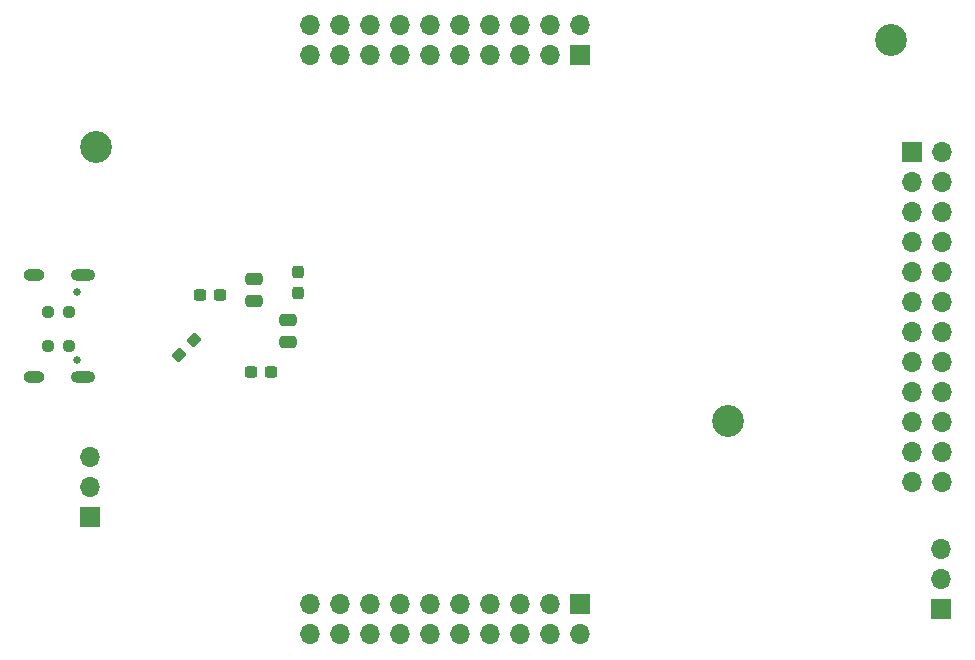
<source format=gbr>
%TF.GenerationSoftware,KiCad,Pcbnew,7.0.7*%
%TF.CreationDate,2023-10-22T12:37:57-05:00*%
%TF.ProjectId,state mode logic analyzer,73746174-6520-46d6-9f64-65206c6f6769,1*%
%TF.SameCoordinates,Original*%
%TF.FileFunction,Soldermask,Bot*%
%TF.FilePolarity,Negative*%
%FSLAX46Y46*%
G04 Gerber Fmt 4.6, Leading zero omitted, Abs format (unit mm)*
G04 Created by KiCad (PCBNEW 7.0.7) date 2023-10-22 12:37:57*
%MOMM*%
%LPD*%
G01*
G04 APERTURE LIST*
G04 Aperture macros list*
%AMRoundRect*
0 Rectangle with rounded corners*
0 $1 Rounding radius*
0 $2 $3 $4 $5 $6 $7 $8 $9 X,Y pos of 4 corners*
0 Add a 4 corners polygon primitive as box body*
4,1,4,$2,$3,$4,$5,$6,$7,$8,$9,$2,$3,0*
0 Add four circle primitives for the rounded corners*
1,1,$1+$1,$2,$3*
1,1,$1+$1,$4,$5*
1,1,$1+$1,$6,$7*
1,1,$1+$1,$8,$9*
0 Add four rect primitives between the rounded corners*
20,1,$1+$1,$2,$3,$4,$5,0*
20,1,$1+$1,$4,$5,$6,$7,0*
20,1,$1+$1,$6,$7,$8,$9,0*
20,1,$1+$1,$8,$9,$2,$3,0*%
G04 Aperture macros list end*
%ADD10C,2.700000*%
%ADD11R,1.700000X1.700000*%
%ADD12O,1.700000X1.700000*%
%ADD13C,0.650000*%
%ADD14O,2.100000X1.000000*%
%ADD15O,1.800000X1.000000*%
%ADD16RoundRect,0.237500X0.300000X0.237500X-0.300000X0.237500X-0.300000X-0.237500X0.300000X-0.237500X0*%
%ADD17RoundRect,0.237500X0.250000X0.237500X-0.250000X0.237500X-0.250000X-0.237500X0.250000X-0.237500X0*%
%ADD18RoundRect,0.237500X0.237500X-0.300000X0.237500X0.300000X-0.237500X0.300000X-0.237500X-0.300000X0*%
%ADD19RoundRect,0.237500X0.044194X0.380070X-0.380070X-0.044194X-0.044194X-0.380070X0.380070X0.044194X0*%
%ADD20RoundRect,0.250000X0.475000X-0.250000X0.475000X0.250000X-0.475000X0.250000X-0.475000X-0.250000X0*%
%ADD21RoundRect,0.250000X-0.475000X0.250000X-0.475000X-0.250000X0.475000X-0.250000X0.475000X0.250000X0*%
G04 APERTURE END LIST*
D10*
%TO.C,H1*%
X138750000Y-33975000D03*
%TD*%
%TO.C,H2*%
X71500000Y-42975000D03*
%TD*%
D11*
%TO.C,J6*%
X143000000Y-82100000D03*
D12*
X143000000Y-79560000D03*
X143000000Y-77020000D03*
%TD*%
D13*
%TO.C,J1*%
X69880000Y-55260000D03*
X69880000Y-61040000D03*
D14*
X70380000Y-53830000D03*
D15*
X66200000Y-53830000D03*
D14*
X70380000Y-62470000D03*
D15*
X66200000Y-62470000D03*
%TD*%
D10*
%TO.C,H3*%
X124975000Y-66250000D03*
%TD*%
D11*
%TO.C,J5*%
X140550000Y-43450000D03*
D12*
X143090000Y-43450000D03*
X140550000Y-45990000D03*
X143090000Y-45990000D03*
X140550000Y-48530000D03*
X143090000Y-48530000D03*
X140550000Y-51070000D03*
X143090000Y-51070000D03*
X140550000Y-53610000D03*
X143090000Y-53610000D03*
X140550000Y-56150000D03*
X143090000Y-56150000D03*
X140550000Y-58690000D03*
X143090000Y-58690000D03*
X140550000Y-61230000D03*
X143090000Y-61230000D03*
X140550000Y-63770000D03*
X143090000Y-63770000D03*
X140550000Y-66310000D03*
X143090000Y-66310000D03*
X140550000Y-68850000D03*
X143090000Y-68850000D03*
X140550000Y-71390000D03*
X143090000Y-71390000D03*
%TD*%
D11*
%TO.C,J3*%
X112450000Y-81725000D03*
D12*
X112450000Y-84265000D03*
X109910000Y-81725000D03*
X109910000Y-84265000D03*
X107370000Y-81725000D03*
X107370000Y-84265000D03*
X104830000Y-81725000D03*
X104830000Y-84265000D03*
X102290000Y-81725000D03*
X102290000Y-84265000D03*
X99750000Y-81725000D03*
X99750000Y-84265000D03*
X97210000Y-81725000D03*
X97210000Y-84265000D03*
X94670000Y-81725000D03*
X94670000Y-84265000D03*
X92130000Y-81725000D03*
X92130000Y-84265000D03*
X89590000Y-81725000D03*
X89590000Y-84265000D03*
%TD*%
D11*
%TO.C,J2*%
X70975000Y-74325000D03*
D12*
X70975000Y-71785000D03*
X70975000Y-69245000D03*
%TD*%
D11*
%TO.C,J4*%
X112475000Y-35250000D03*
D12*
X112475000Y-32710000D03*
X109935000Y-35250000D03*
X109935000Y-32710000D03*
X107395000Y-35250000D03*
X107395000Y-32710000D03*
X104855000Y-35250000D03*
X104855000Y-32710000D03*
X102315000Y-35250000D03*
X102315000Y-32710000D03*
X99775000Y-35250000D03*
X99775000Y-32710000D03*
X97235000Y-35250000D03*
X97235000Y-32710000D03*
X94695000Y-35250000D03*
X94695000Y-32710000D03*
X92155000Y-35250000D03*
X92155000Y-32710000D03*
X89615000Y-35250000D03*
X89615000Y-32710000D03*
%TD*%
D16*
%TO.C,C11*%
X81950000Y-55550000D03*
X80225000Y-55550000D03*
%TD*%
D17*
%TO.C,R23*%
X69187500Y-56950000D03*
X67362500Y-56950000D03*
%TD*%
D18*
%TO.C,C7*%
X88550000Y-55362500D03*
X88550000Y-53637500D03*
%TD*%
D16*
%TO.C,C8*%
X86287500Y-62050000D03*
X84562500Y-62050000D03*
%TD*%
D19*
%TO.C,C9*%
X79734880Y-59365120D03*
X78515120Y-60584880D03*
%TD*%
D20*
%TO.C,C12*%
X87750000Y-59525000D03*
X87750000Y-57625000D03*
%TD*%
D21*
%TO.C,C10*%
X84800000Y-54150000D03*
X84800000Y-56050000D03*
%TD*%
D17*
%TO.C,R24*%
X69187500Y-59900000D03*
X67362500Y-59900000D03*
%TD*%
M02*

</source>
